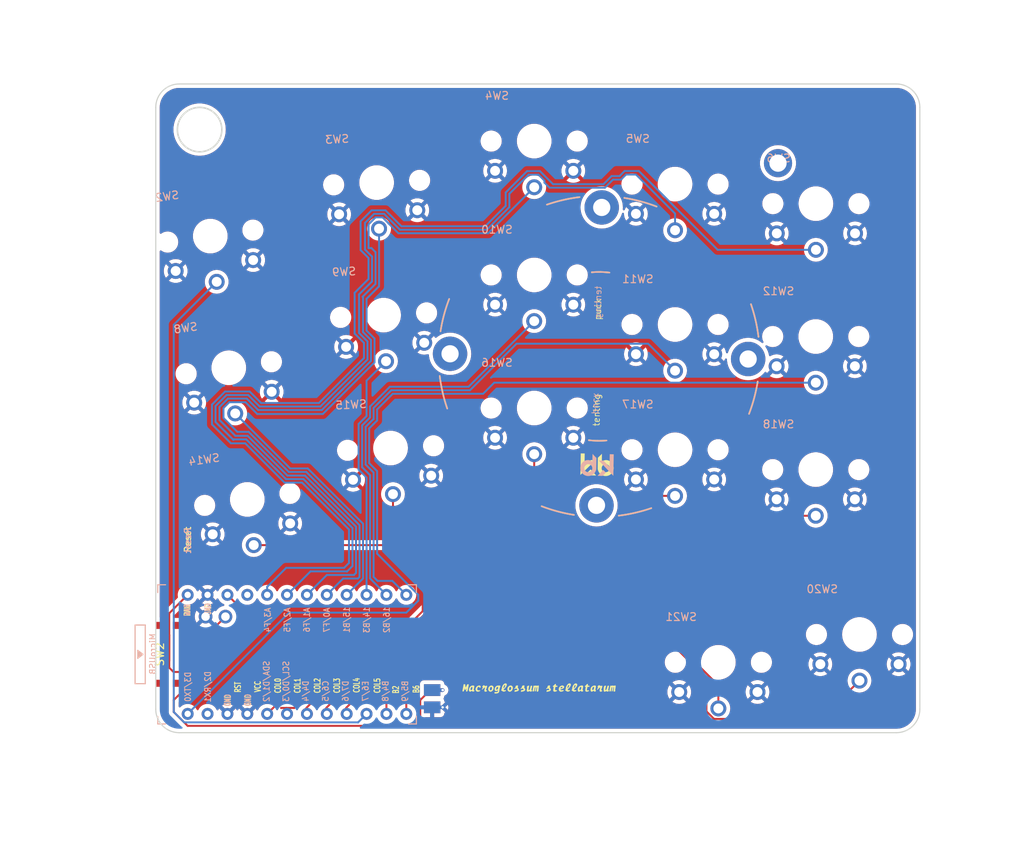
<source format=kicad_pcb>
(kicad_pcb (version 20211014) (generator pcbnew)
  (layers (0 "F.Cu" signal) (31 "B.Cu" signal) (34 "B.Paste" user) (35 "F.Paste" user) (36 "B.SilkS" user "B.Silkscreen") (37 "F.SilkS" user "F.Silkscreen") (38 "B.Mask" user) (39 "F.Mask" user) (44 "Edge.Cuts" user))
  (net 0 "")
  (net 1 "gnd")
  (net 2 "vcc")
  (net 3 "Switch18")
  (net 4 "reset")
  (net 5 "Switch1")
  (net 6 "Switch2")
  (net 7 "Switch3")
  (net 8 "Switch4")
  (net 9 "Switch5")
  (net 10 "Switch6")
  (net 11 "Switch7")
  (net 12 "Switch8")
  (net 13 "Switch9")
  (net 14 "Switch10")
  (net 15 "Switch11")
  (net 16 "Switch12")
  (net 17 "Switch13")
  (net 18 "Switch14")
  (net 19 "Switch15")
  (net 20 "Switch16")
  (net 21 "Switch17")
  (net 22 "raw")
  (net 23 "BT+_r")
  (footprint "Kailh:SW_PG1350_rev_DPB2.1" (layer "F.Cu") (at 147.922115 33.132886 8)
    (fp_text reference "SW2" hide)
    (fp_text value "SW_Push" hide)
  )
  (footprint "Kailh:SW_PG1350_rev_DPB2.1" (layer "F.Cu") (at 169.182996 26.288585 3)
    (fp_text reference "SW3" hide)
    (fp_text value "SW_Push" hide)
  )
  (footprint "Kailh:SW_PG1350_rev_DPB2.1" (layer "F.Cu") (at 189.318 20.984)
    (fp_text reference "SW4" hide)
    (fp_text value "SW_Push" hide)
  )
  (footprint "Kailh:SW_PG1350_rev_DPB2.1" (layer "F.Cu") (at 207.318 26.484)
    (fp_text reference "SW5" hide)
    (fp_text value "SW_Push" hide)
  )
  (footprint "Kailh:SW_PG1350_rev_DPB2.1" (layer "F.Cu") (at 225.318 28.984)
    (fp_text reference "SW6" hide)
    (fp_text value "SW_Push" hide)
  )
  (footprint "Kailh:SW_PG1350_rev_DPB2.1" (layer "F.Cu") (at 150.288058 49.967443 8)
    (fp_text reference "SW8" hide)
    (fp_text value "SW_Push" hide)
  )
  (footprint "Kailh:SW_PG1350_rev_DPB2.1" (layer "F.Cu") (at 170.071347 43.239322 3)
    (fp_text reference "SW9" hide)
    (fp_text value "SW_Push" hide)
  )
  (footprint "Kailh:SW_PG1350_rev_DPB2.1" (layer "F.Cu") (at 189.318 38.1)
    (fp_text reference "SW10" hide)
    (fp_text value "SW_Push" hide)
  )
  (footprint "Kailh:SW_PG1350_rev_DPB2.1" (layer "F.Cu") (at 207.318 44.434)
    (fp_text reference "SW11" hide)
    (fp_text value "SW_Push" hide)
  )
  (footprint "Kailh:SW_PG1350_rev_DPB2.1" (layer "F.Cu") (at 225.298 45.974)
    (fp_text reference "SW12" hide)
    (fp_text value "SW_Push" hide)
  )
  (footprint "Kailh:SW_PG1350_rev_DPB2.1" (layer "F.Cu") (at 152.654 66.802 8)
    (fp_text reference "SW14" hide)
    (fp_text value "SW_Push" hide)
  )
  (footprint "Kailh:SW_PG1350_rev_DPB2.1" (layer "F.Cu") (at 170.962 60.234 3)
    (fp_text reference "SW15" hide)
    (fp_text value "SW_Push" hide)
  )
  (footprint "Kailh:SW_PG1350_rev_DPB2.1" (layer "F.Cu") (at 189.318 55.118)
    (fp_text reference "SW16" hide)
    (fp_text value "SW_Push" hide)
  )
  (footprint "Kailh:SW_PG1350_rev_DPB2.1" (layer "F.Cu") (at 207.318 60.452)
    (fp_text reference "SW17" hide)
    (fp_text value "SW_Push" hide)
  )
  (footprint "Kailh:SW_PG1350_rev_DPB2.1" (layer "F.Cu") (at 225.298 62.992)
    (fp_text reference "SW18" hide)
    (fp_text value "SW_Push" hide)
  )
  (footprint "Kailh:SW_PG1350_rev_DPB2.1" (layer "F.Cu") (at 230.886 84.074)
    (fp_text reference "SW20" hide)
    (fp_text value "SW_Push" hide)
  )
  (footprint "Kailh:SW_PG1350_rev_DPB2.1" (layer "F.Cu") (at 212.852 87.63)
    (fp_text reference "SW21" hide)
    (fp_text value "SW_Push" hide)
  )
  (footprint "Kailh:SPDT_C128955r" (layer "F.Cu") (at 142.494 86.614 90)
    (fp_text reference "SW2")
    (fp_text value "SW_SPDT")
  )
  (footprint "trochilidae:Tenting_Puck2" (layer "F.Cu") (at 197.612 48.514 -1)
    (fp_text reference "REF**")
    (fp_text value "Tenting Puck")
  )
  (footprint "kbd:moth3" (layer "F.Cu") (at 189.738 84.074)
    (fp_text reference "G***" hide)
    (fp_text value "LOGO" hide)
  )
  (footprint "trochilidae:M2MountingHoleSlimSimple" (layer "F.Cu") (at 220.473999 23.80552 -8)
    (fp_text reference "" hide)
    (fp_text value "Val**" hide)
  )
  (footprint "kbd:ProMicro_v3_min-tb" (layer "B.Cu") (at 159.512 86.614 -90)
    (fp_text reference "U1" hide)
    (fp_text value "ProMicro-kbd" hide)
  )
  (footprint "trochilidae:HeaderJumperSimple" (layer "B.Cu") (at 148.59 81.788 180)
    (fp_text reference "J1" hide)
    (fp_text value "Val**" hide)
  )
  (footprint "trochilidae:Battery_pads_reversible" (layer "B.Cu") (at 176.276 92.286 90)
    (fp_text reference "J3" hide)
    (fp_text value "Battery_Cell")
  )
  (gr_line (start 143.956004 13.68052) (end 235.598999 13.68052) (layer "Edge.Cuts") (width 0.15))
  (gr_arc (start 140.956004 16.68052) (mid 141.834684 14.5592) (end 143.956004 13.68052) (layer "Edge.Cuts") (width 0.15))
  (gr_line (start 235.598999 96.63052) (end 143.956004 96.63052) (layer "Edge.Cuts") (width 0.15))
  (gr_arc (start 143.956004 96.63052) (mid 141.834684 95.75184) (end 140.956004 93.63052) (layer "Edge.Cuts") (width 0.15))
  (gr_line (start 140.956004 93.63052) (end 140.956004 16.68052) (layer "Edge.Cuts") (width 0.15))
  (gr_arc (start 238.598999 93.63052) (mid 237.720319 95.75184) (end 235.598999 96.63052) (layer "Edge.Cuts") (width 0.15))
  (gr_circle (center 146.558 19.512194) (end 149.397806 19.512194) (layer "Edge.Cuts") (width 0.2) (fill none))
  (gr_line (start 238.598999 16.68052) (end 238.598999 93.63052) (layer "Edge.Cuts") (width 0.15))
  (gr_arc (start 235.598999 13.68052) (mid 237.720319 14.5592) (end 238.598999 16.68052) (layer "Edge.Cuts") (width 0.15))
  (gr_text "Reset" (at 145.05048 72.04552 90) (layer "B.SilkS") (effects (font (size 0.8 0.8)) (justify mirror)))
  (gr_text "Reset" (at 145.042519 71.944912 90) (layer "F.SilkS") (effects (font (size 0.8 0.8))))
  (segment (start 150.114 79.0054) (end 151.638 80.5294) (width 0.25) (layer "F.Cu") (net 4))
  (segment (start 143.256 92.456) (end 143.256 93.98396) (width 0.25) (layer "F.Cu") (net 4))
  (segment (start 174.752 92.460978) (end 176.026978 91.186) (width 0.25) (layer "F.Cu") (net 4))
  (segment (start 145.03004 95.758) (end 173.482 95.758) (width 0.25) (layer "F.Cu") (net 4))
  (segment (start 151.638 80.5294) (end 151.638 84.074) (width 0.25) (layer "F.Cu") (net 4))
  (segment (start 173.482 95.758) (end 174.752 94.488) (width 0.25) (layer "F.Cu") (net 4))
  (segment (start 143.256 93.98396) (end 145.03004 95.758) (width 0.25) (layer "F.Cu") (net 4))
  (segment (start 176.026978 91.186) (end 176.276 91.186) (width 0.25) (layer "F.Cu") (net 4))
  (segment (start 151.638 84.074) (end 143.256 92.456) (width 0.25) (layer "F.Cu") (net 4))
  (segment (start 174.752 94.488) (end 174.752 92.460978) (width 0.25) (layer "F.Cu") (net 4))
  (segment (start 143.256 44.462704) (end 143.256 93.98396) (width 0.25) (layer "B.Cu") (net 5))
  (segment (start 143.256 93.98396) (end 144.583951 95.311911) (width 0.25) (layer "B.Cu") (net 5))
  (segment (start 144.583951 95.311911) (end 166.816089 95.311911) (width 0.25) (layer "B.Cu") (net 5))
  (segment (start 148.743236 38.975468) (end 143.256 44.462704) (width 0.25) (layer "B.Cu") (net 5))
  (segment (start 166.816089 95.311911) (end 166.816089 95.303311) (width 0.25) (layer "B.Cu") (net 5))
  (segment (start 166.816089 95.303311) (end 167.894 94.2254) (width 0.25) (layer "B.Cu") (net 5))
  (segment (start 151.384 58.166) (end 152.829436 58.166) (width 0.25) (layer "B.Cu") (net 6))
  (segment (start 168.91 46.228) (end 168.91 49.276) (width 0.25) (layer "B.Cu") (net 6))
  (segment (start 168.91 49.276) (end 162.306 55.88) (width 0.25) (layer "B.Cu") (net 6))
  (segment (start 164.90448 76.91492) (end 162.814 79.0054) (width 0.25) (layer "B.Cu") (net 6))
  (segment (start 153.924 55.88) (end 152.419107 54.375107) (width 0.25) (layer "B.Cu") (net 6))
  (segment (start 152.829436 58.166) (end 157.95338 63.289943) (width 0.25) (layer "B.Cu") (net 6))
  (segment (start 167.894 41.148) (end 167.894 45.212) (width 0.25) (layer "B.Cu") (net 6))
  (segment (start 152.419107 54.375107) (end 150.387107 54.375107) (width 0.25) (layer "B.Cu") (net 6))
  (segment (start 162.306 55.88) (end 153.924 55.88) (width 0.25) (layer "B.Cu") (net 6))
  (segment (start 169.491778 32.180499) (end 169.491778 39.550222) (width 0.25) (layer "B.Cu") (net 6))
  (segment (start 157.95338 63.289943) (end 160.190225 63.289943) (width 0.25) (layer "B.Cu") (net 6))
  (segment (start 167.894 45.212) (end 168.91 46.228) (width 0.25) (layer "B.Cu") (net 6))
  (segment (start 160.190225 63.289943) (end 166.99496 70.094678) (width 0.25) (layer "B.Cu") (net 6))
  (segment (start 166.78804 76.91492) (end 164.90448 76.91492) (width 0.25) (layer "B.Cu") (net 6))
  (segment (start 169.491778 39.550222) (end 167.894 41.148) (width 0.25) (layer "B.Cu") (net 6))
  (segment (start 166.99496 76.708) (end 166.78804 76.91492) (width 0.25) (layer "B.Cu") (net 6))
  (segment (start 149.606 55.118) (end 149.606 56.388) (width 0.25) (layer "B.Cu") (net 6))
  (segment (start 166.99496 70.094678) (end 166.99496 76.708) (width 0.25) (layer "B.Cu") (net 6))
  (segment (start 150.368 54.356) (end 149.606 55.118) (width 0.25) (layer "B.Cu") (net 6))
  (segment (start 150.387107 54.375107) (end 150.368 54.356) (width 0.25) (layer "B.Cu") (net 6))
  (segment (start 149.606 56.388) (end 151.384 58.166) (width 0.25) (layer "B.Cu") (net 6))
  (segment (start 149.098 54.990282) (end 149.098 56.642) (width 0.25) (layer "B.Cu") (net 7))
  (segment (start 169.042507 30.734) (end 168.148 31.628507) (width 0.25) (layer "B.Cu") (net 7))
  (segment (start 169.042258 35.184258) (end 169.042258 39.237742) (width 0.25) (layer "B.Cu") (net 7))
  (segment (start 160.018564 63.754) (end 166.54544 70.280876) (width 0.25) (layer "B.Cu") (net 7))
  (segment (start 152.701718 58.674) (end 157.781718 63.754) (width 0.25) (layer "B.Cu") (net 7))
  (segment (start 169.042258 39.237742) (end 167.386 40.894) (width 0.25) (layer "B.Cu") (net 7))
  (segment (start 167.44448 40.95248) (end 167.44448 45.398198) (width 0.25) (layer "B.Cu") (net 7))
  (segment (start 167.386 40.894) (end 167.44448 40.95248) (width 0.25) (layer "B.Cu") (net 7))
  (segment (start 168.46048 49.089802) (end 164.909141 52.641141) (width 0.25) (layer "B.Cu") (net 7))
  (segment (start 169.941049 30.734) (end 169.042507 30.734) (width 0.25) (layer "B.Cu") (net 7))
  (segment (start 166.54544 70.280876) (end 166.54544 76.2) (width 0.25) (layer "B.Cu") (net 7))
  (segment (start 162.178282 55.372) (end 154.051718 55.372) (width 0.25) (layer "B.Cu") (net 7))
  (segment (start 164.909141 52.641141) (end 162.178282 55.372) (width 0.25) (layer "B.Cu") (net 7))
  (segment (start 168.148 31.628507) (end 168.148 34.665742) (width 0.25) (layer "B.Cu") (net 7))
  (segment (start 149.098 56.642) (end 151.13 58.674) (width 0.25) (layer "B.Cu") (net 7))
  (segment (start 152.586198 53.90648) (end 150.181802 53.90648) (width 0.25) (layer "B.Cu") (net 7))
  (segment (start 168.46048 46.414198) (end 168.46048 49.089802) (width 0.25) (layer "B.Cu") (net 7))
  (segment (start 183.436 32.766) (end 171.958 32.766) (width 0.25) (layer "B.Cu") (net 7))
  (segment (start 170.703049 31.511049) (end 170.703049 31.496) (width 0.25) (layer "B.Cu") (net 7))
  (segment (start 166.54544 76.2) (end 166.28004 76.4654) (width 0.25) (layer "B.Cu") (net 7))
  (segment (start 167.44448 45.398198) (end 168.46048 46.414198) (width 0.25) (layer "B.Cu") (net 7))
  (segment (start 168.148 34.665742) (end 168.523742 34.665742) (width 0.25) (layer "B.Cu") (net 7))
  (segment (start 171.958 32.766) (end 170.703049 31.511049) (width 0.25) (layer "B.Cu") (net 7))
  (segment (start 164.909141 52.641141) (end 163.624695 53.925587) (width 0.25) (layer "B.Cu") (net 7))
  (segment (start 168.523742 34.665742) (end 169.042258 35.184258) (width 0.25) (layer "B.Cu") (net 7))
  (segment (start 166.28004 76.4654) (end 162.814 76.4654) (width 0.25) (layer "B.Cu") (net 7))
  (segment (start 170.703049 31.496) (end 169.941049 30.734) (width 0.25) (layer "B.Cu") (net 7))
  (segment (start 157.781718 63.754) (end 160.018564 63.754) (width 0.25) (layer "B.Cu") (net 7))
  (segment (start 162.814 76.4654) (end 160.274 79.0054) (width 0.25) (layer "B.Cu") (net 7))
  (segment (start 189.318 26.884) (end 183.436 32.766) (width 0.25) (layer "B.Cu") (net 7))
  (segment (start 154.051718 55.372) (end 152.586198 53.90648) (width 0.25) (layer "B.Cu") (net 7))
  (segment (start 151.13 58.674) (end 152.701718 58.674) (width 0.25) (layer "B.Cu") (net 7))
  (segment (start 150.181802 53.90648) (end 149.098 54.990282) (width 0.25) (layer "B.Cu") (net 7))
  (segment (start 166.09592 70.467074) (end 166.09592 75.319604) (width 0.25) (layer "B.Cu") (net 8))
  (segment (start 190.627 26.035) (end 189.865 25.273) (width 0.25) (layer "B.Cu") (net 8))
  (segment (start 168.592738 35.746197) (end 168.592738 38.925262) (width 0.25) (layer "B.Cu") (net 8))
  (segment (start 150.93448 59.12352) (end 152.51552 59.12352) (width 0.25) (layer "B.Cu") (net 8))
  (segment (start 152.772395 53.45696) (end 149.995604 53.45696) (width 0.25) (layer "B.Cu") (net 8))
  (segment (start 156.297 62.905) (end 156.464 63.072) (width 0.25) (layer "B.Cu") (net 8))
  (segment (start 166.09592 75.319604) (end 165.399644 76.01588) (width 0.25) (layer "B.Cu") (net 8))
  (segment (start 167.69848 34.851939) (end 168.592738 35.746197) (width 0.25) (layer "B.Cu") (net 8))
  (segment (start 190.627 26.289) (end 190.627 26.035) (width 0.25) (layer "B.Cu") (net 8))
  (segment (start 207.318 30.250992) (end 202.325587 25.258579) (width 0.25) (layer "B.Cu") (net 8))
  (segment (start 168.01096 46.600396) (end 168.01096 48.903604) (width 0.25) (layer "B.Cu") (net 8))
  (segment (start 202.325587 25.258579) (end 201.055421 25.258579) (width 0.25) (layer "B.Cu") (net 8))
  (segment (start 149.995604 53.45696) (end 149.732283 53.720283) (width 0.25) (layer "B.Cu") (net 8))
  (segment (start 201.055421 25.258579) (end 200.406 25.908) (width 0.25) (layer "B.Cu") (net 8))
  (segment (start 168.01096 48.903604) (end 161.992084 54.92248) (width 0.25) (layer "B.Cu") (net 8))
  (segment (start 150.876 59.182) (end 150.93448 59.12352) (width 0.25) (layer "B.Cu") (net 8))
  (segment (start 172.159247 32.31648) (end 170.127247 30.28448) (width 0.25) (layer "B.Cu") (net 8))
  (segment (start 160.73492 76.00448) (end 157.734 79.0054) (width 0.25) (layer "B.Cu") (net 8))
  (segment (start 166.93648 45.525916) (end 168.01096 46.600396) (width 0.25) (layer "B.Cu") (net 8))
  (segment (start 168.592738 38.925262) (end 166.93648 40.58152) (width 0.25) (layer "B.Cu") (net 8))
  (segment (start 161.992084 54.92248) (end 154.237916 54.92248) (width 0.25) (layer "B.Cu") (net 8))
  (segment (start 157.595521 64.20352) (end 159.832366 64.20352) (width 0.25) (layer "B.Cu") (net 8))
  (segment (start 186.142141 29.424141) (end 183.249802 32.31648) (width 0.25) (layer "B.Cu") (net 8))
  (segment (start 168.85152 30.28448) (end 167.69848 31.43752) (width 0.25) (layer "B.Cu") (net 8))
  (segment (start 189.865 25.273) (end 188.595 25.273) (width 0.25) (layer "B.Cu") (net 8))
  (segment (start 156.297 62.905) (end 157.595521 64.20352) (width 0.25) (layer "B.Cu") (net 8))
  (segment (start 148.59 56.896) (end 150.876 59.182) (width 0.25) (layer "B.Cu") (net 8))
  (segment (start 188.595 25.273) (end 186.142141 27.725859) (width 0.25) (layer "B.Cu") (net 8))
  (segment (start 170.127247 30.28448) (end 168.85152 30.28448) (width 0.25) (layer "B.Cu") (net 8))
  (segment (start 191.28039 26.94239) (end 190.627 26.289) (width 0.25) (layer "B.Cu") (net 8))
  (segment (start 207.318 32.384) (end 207.318 30.250992) (width 0.25) (layer "B.Cu") (net 8))
  (segment (start 199.39 25.908) (end 198.35561 26.94239) (width 0.25) (layer "B.Cu") (net 8))
  (segment (start 167.69848 31.43752) (end 167.69848 34.851939) (width 0.25) (layer "B.Cu") (net 8))
  (segment (start 149.732283 53.720283) (end 148.59 54.862566) (width 0.25) (layer "B.Cu") (net 8))
  (segment (start 200.406 25.908) (end 199.39 25.908) (width 0.25) (layer "B.Cu") (net 8))
  (segment (start 154.237916 54.92248) (end 152.772395 53.45696) (width 0.25) (layer "B.Cu") (net 8))
  (segment (start 198.35561 26.94239) (end 191.28039 26.94239) (width 0.25) (layer "B.Cu") (net 8))
  (segment (start 165.399644 76.01588) (end 165.388244 76.00448) (width 0.25) (layer "B.Cu") (net 8))
  (segment (start 152.51552 59.12352) (end 156.297 62.905) (width 0.25) (layer "B.Cu") (net 8))
  (segment (start 165.388244 76.00448) (end 160.73492 76.00448) (width 0.25) (layer "B.Cu") (net 8))
  (segment (start 159.832366 64.20352) (end 166.09592 70.467074) (width 0.25) (layer "B.Cu") (net 8))
  (segment (start 166.93648 40.58152) (end 166.93648 45.525916) (width 0.25) (layer "B.Cu") (net 8))
  (segment (start 148.59 54.862566) (end 148.59 56.896) (width 0.25) (layer "B.Cu") (net 8))
  (segment (start 186.142141 27.725859) (end 186.142141 29.424141) (width 0.25) (layer "B.Cu") (net 8))
  (segment (start 183.249802 32.31648) (end 172.159247 32.31648) (width 0.25) (layer "B.Cu") (net 8))
  (segment (start 148.14048 57.20848) (end 150.56352 59.63152) (width 0.25) (layer "B.Cu") (net 9))
  (segment (start 152.958593 53.00744) (end 149.809408 53.00744) (width 0.25) (layer "B.Cu") (net 9))
  (segment (start 168.143218 38.612782) (end 168.143218 35.932395) (width 0.25) (layer "B.Cu") (net 9))
  (segment (start 152.387802 59.63152) (end 157.409324 64.65304) (width 0.25) (layer "B.Cu") (net 9))
  (segment (start 157.61704 75.55496) (end 155.194 77.978) (width 0.25) (layer "B.Cu") (net 9))
  (segment (start 183.063604 31.86696) (end 185.674 29.256564) (width 0.25) (layer "B.Cu") (net 9))
  (segment (start 198.169412 26.49287) (end 199.203802 25.45848) (width 0.25) (layer "B.Cu") (net 9))
  (segment (start 185.674 29.256564) (end 185.674 27.558282) (width 0.25) (layer "B.Cu") (net 9))
  (segment (start 200.869223 24.809059) (end 202.688736 24.809059) (width 0.25) (layer "B.Cu") (net 9))
  (segment (start 166.37 42.672) (end 166.37 45.595154) (width 0.25) (layer "B.Cu") (net 9))
  (segment (start 166.37 40.386) (end 168.143218 38.612782) (width 0.25) (layer "B.Cu") (net 9))
  (segment (start 161.805886 54.47296) (end 154.424114 54.47296) (width 0.25) (layer "B.Cu") (net 9))
  (segment (start 200.219802 25.45848) (end 200.869223 24.809059) (width 0.25) (layer "B.Cu") (net 9))
  (segment (start 191.720588 26.49287) (end 198.169412 26.49287) (width 0.25) (layer "B.Cu") (net 9))
  (segment (start 168.53904 29.83496) (end 170.313444 29.83496) (width 0.25) (layer "B.Cu") (net 9))
  (segment (start 155.194 77.978) (end 155.194 79.0054) (width 0.25) (layer "B.Cu") (net 9))
  (segment (start 166.37 45.595154) (end 167.56144 46.786594) (width 0.25) (layer "B.Cu") (net 9))
  (segment (start 166.37 42.672) (end 166.37 43.585277) (width 0.25) (layer "B.Cu") (net 9))
  (segment (start 149.809408 53.00744) (end 148.14048 54.676369) (width 0.25) (layer "B.Cu") (net 9))
  (segment (start 168.143218 35.932395) (end 167.132 34.921177) (width 0.25) (layer "B.Cu") (net 9))
  (segment (start 170.313444 29.83496) (end 172.345445 31.86696) (width 0.25) (layer "B.Cu") (net 9))
  (segment (start 166.37 42.672) (end 166.37 40.386) (width 0.25) (layer "B.Cu") (net 9))
  (segment (start 165.6464 74.93) (end 165.02144 75.55496) (width 0.25) (layer "B.Cu") (net 9))
  (segment (start 154.424114 54.47296) (end 152.958593 53.00744) (width 0.25) (layer "B.Cu") (net 9))
  (segment (start 199.203802 25.45848) (end 200.219802 25.45848) (width 0.25) (layer "B.Cu") (net 9))
  (segment (start 148.14048 54.676369) (end 148.14048 57.20848) (width 0.25) (layer "B.Cu") (net 9))
  (segment (start 167.56144 48.717406) (end 161.805886 54.47296) (width 0.25) (layer "B.Cu") (net 9))
  (segment (start 159.646168 64.65304) (end 165.6464 70.653272) (width 0.25) (layer "B.Cu") (net 9))
  (segment (start 167.132 34.921177) (end 167.132 31.242) (width 0.25) (layer "B.Cu") (net 9))
  (segment (start 202.688736 24.809059) (end 212.763677 34.884) (width 0.25) (layer "B.Cu") (net 9))
  (segment (start 172.345445 31.86696) (end 183.063604 31.86696) (width 0.25) (layer "B.Cu") (net 9))
  (segment (start 157.409324 64.65304) (end 159.646168 64.65304) (width 0.25) (layer "B.Cu") (net 9))
  (segment (start 165.6464 70.653272) (end 165.6464 74.93) (width 0.25) (layer "B.Cu") (net 9))
  (segment (start 190.051198 24.82348) (end 191.720588 26.49287) (width 0.25) (layer "B.Cu") (net 9))
  (segment (start 185.674 27.558282) (end 188.408802 24.82348) (width 0.25) (layer "B.Cu") (net 9))
  (segment (start 150.56352 59.63152) (end 152.387802 59.63152) (width 0.25) (layer "B.Cu") (net 9))
  (segment (start 165.02144 75.55496) (end 157.61704 75.55496) (width 0.25) (layer "B.Cu") (net 9))
  (segment (start 212.763677 34.884) (end 225.318 34.884) (width 0.25) (layer "B.Cu") (net 9))
  (segment (start 188.408802 24.82348) (end 190.051198 24.82348) (width 0.25) (layer "B.Cu") (net 9))
  (segment (start 167.132 31.242) (end 168.53904 29.83496) (width 0.25) (layer "B.Cu") (net 9))
  (segment (start 167.56144 46.786594) (end 167.56144 48.717406) (width 0.25) (layer "B.Cu") (net 9))
  (segment (start 167.44448 76.91492) (end 165.354 79.0054) (width 0.25) (layer "B.Cu") (net 10))
  (segment (start 160.376423 62.840423) (end 167.44448 69.90848) (width 0.25) (layer "B.Cu") (net 10))
  (segment (start 151.109179 55.810025) (end 158.139577 62.840423) (width 0.25) (layer "B.Cu") (net 10))
  (segment (start 158.139577 62.840423) (end 160.376423 62.840423) (width 0.25) (layer "B.Cu") (net 10))
  (segment (start 167.44448 69.90848) (end 167.44448 76.91492) (width 0.25) (layer "B.Cu") (net 10))
  (segment (start 166.878 57.15) (end 166.878 62.992) (width 0.25) (layer "B.Cu") (net 11))
  (segment (start 167.894 56.134) (end 166.878 57.15) (width 0.25) (layer "B.Cu") (net 11))
  (segment (start 167.894 64.008) (end 167.894 79.0054) (width 0.25) (layer "B.Cu") (net 11))
  (segment (start 166.878 62.992) (end 167.894 64.008) (width 0.25) (layer "B.Cu") (net 11))
  (segment (start 170.380129 49.131236) (end 167.894 51.617365) (width 0.25) (layer "B.Cu") (net 11))
  (segment (start 167.894 51.617365) (end 167.894 56.134) (width 0.25) (layer "B.Cu") (net 11))
  (segment (start 168.34352 54.92248) (end 168.34352 56.320198) (width 0.25) (layer "B.Cu") (net 12))
  (segment (start 167.32752 57.336198) (end 167.32752 62.67952) (width 0.25) (layer "B.Cu") (net 12))
  (segment (start 168.34352 63.69552) (end 168.34352 76.91492) (width 0.25) (layer "B.Cu") (net 12))
  (segment (start 168.34352 56.320198) (end 167.32752 57.336198) (width 0.25) (layer "B.Cu") (net 12))
  (segment (start 168.34352 76.91492) (end 170.434 79.0054) (width 0.25) (layer "B.Cu") (net 12))
  (segment (start 189.318 44) (end 180.921 52.397) (width 0.25) (layer "B.Cu") (net 12))
  (segment (start 170.869 52.397) (end 168.34352 54.92248) (width 0.25) (layer "B.Cu") (net 12))
  (segment (start 167.32752 62.67952) (end 168.34352 63.69552) (width 0.25) (layer "B.Cu") (net 12))
  (segment (start 180.921 52.397) (end 170.869 52.397) (width 0.25) (layer "B.Cu") (net 12))
  (segment (start 168.79304 63.36296) (end 168.79304 76.708) (width 0.25) (layer "B.Cu") (net 13))
  (segment (start 168.774396 56.52504) (end 167.77704 57.522396) (width 0.25) (layer "B.Cu") (net 13))
  (segment (start 171.055198 52.84652) (end 168.79304 55.108678) (width 0.25) (layer "B.Cu") (net 13))
  (segment (start 167.77704 62.34696) (end 168.79304 63.36296) (width 0.25) (layer "B.Cu") (net 13))
  (segment (start 207.318 50.334) (end 203.877489 46.893489) (width 0.25) (layer "B.Cu") (net 13))
  (segment (start 168.79304 76.708) (end 169.30674 77.2217) (width 0.25) (layer "B.Cu") (net 13))
  (segment (start 167.77704 57.522396) (end 167.77704 62.34696) (width 0.25) (layer "B.Cu") (net 13))
  (segment (start 169.30674 77.2217) (end 171.1903 77.2217) (width 0.25) (layer "B.Cu") (net 13))
  (segment (start 168.79304 56.52504) (end 168.774396 56.52504) (width 0.25) (layer "B.Cu") (net 13))
  (segment (start 171.1903 77.2217) (end 172.974 79.0054) (width 0.25) (layer "B.Cu") (net 13))
  (segment (start 203.877489 46.893489) (end 187.060229 46.893489) (width 0.25) (layer "B.Cu") (net 13))
  (segment (start 168.79304 55.108678) (end 168.79304 56.52504) (width 0.25) (layer "B.Cu") (net 13))
  (segment (start 181.107198 52.84652) (end 171.055198 52.84652) (width 0.25) (layer "B.Cu") (net 13))
  (segment (start 187.060229 46.893489) (end 181.107198 52.84652) (width 0.25) (layer "B.Cu") (net 13))
  (segment (start 171.241396 53.29604) (end 169.24256 55.294876) (width 0.25) (layer "B.Cu") (net 14))
  (segment (start 174.498 78.99284) (end 174.498 79.756) (width 0.25) (layer "B.Cu") (net 14))
  (segment (start 182.78596 53.29604) (end 171.241396 53.29604) (width 0.25) (layer "B.Cu") (net 14))
  (segment (start 169.24256 55.294876) (end 169.24256 56.46656) (width 0.25) (layer "B.Cu") (net 14))
  (segment (start 225.298 51.874) (end 184.208 51.874) (width 0.25) (layer "B.Cu") (net 14))
  (segment (start 169.24256 56.46656) (end 169.24256 56.711237) (width 0.25) (layer "B.Cu") (net 14))
  (segment (start 168.73922 57.214577) (end 168.22656 57.727237) (width 0.25) (layer "B.Cu") (net 14))
  (segment (start 168.73922 57.214577) (end 168.720577 57.214577) (width 0.25) (layer "B.Cu") (net 14))
  (segment (start 184.208 51.874) (end 182.78596 53.29604) (width 0.25) (layer "B.Cu") (net 14))
  (segment (start 168.22656 62.160762) (end 169.24256 63.176763) (width 0.25) (layer "B.Cu") (net 14))
  (segment (start 172.974 81.28) (end 157.9794 81.28) (width 0.25) (layer "B.Cu") (net 14))
  (segment (start 169.24256 63.176763) (end 169.24256 73.7374) (width 0.25) (layer "B.Cu") (net 14))
  (segment (start 169.24256 73.7374) (end 174.498 78.99284) (width 0.25) (layer "B.Cu") (net 14))
  (segment (start 157.9794 81.28) (end 145.034 94.2254) (width 0.25) (layer "B.Cu") (net 14))
  (segment (start 168.22656 57.727237) (end 168.22656 62.160762) (width 0.25) (layer "B.Cu") (net 14))
  (segment (start 169.24256 56.711237) (end 168.73922 57.214577) (width 0.25) (layer "B.Cu") (net 14))
  (segment (start 174.498 79.756) (end 172.974 81.28) (width 0.25) (layer "B.Cu") (net 14))
  (segment (start 153.475121 72.644582) (end 169.926582 72.644582) (width 0.25) (layer "F.Cu") (net 15))
  (segment (start 175.068424 77.786424) (end 175.068424 81.088424) (width 0.25) (layer "F.Cu") (net 15))
  (segment (start 175.068424 81.088424) (end 166.631888 89.52496) (width 0.25) (layer "F.Cu") (net 15))
  (segment (start 159.89444 89.52496) (end 155.194 94.2254) (width 0.25) (layer "F.Cu") (net 15))
  (segment (start 166.631888 89.52496) (end 159.89444 89.52496) (width 0.25) (layer "F.Cu") (net 15))
  (segment (start 169.926582 72.644582) (end 175.068424 77.786424) (width 0.25) (layer "F.Cu") (net 15))
  (segment (start 171.270782 73.353064) (end 175.517944 77.600227) (width 0.25) (layer "F.Cu") (net 16))
  (segment (start 159.33592 92.78792) (end 159.110489 93.013351) (width 0.25) (layer "F.Cu") (net 16))
  (segment (start 166.818086 89.97448) (end 162.14936 89.97448) (width 0.25) (layer "F.Cu") (net 16))
  (segment (start 175.517944 81.274622) (end 166.818086 89.97448) (width 0.25) (layer "F.Cu") (net 16))
  (segment (start 175.517944 77.600227) (end 175.517944 81.274622) (width 0.25) (layer "F.Cu") (net 16))
  (segment (start 156.972 93.472) (end 156.9806 93.4634) (width 0.25) (layer "F.Cu") (net 16))
  (segment (start 158.66044 93.4634) (end 159.33592 92.78792) (width 0.25) (layer "F.Cu") (net 16))
  (segment (start 171.270782 66.125914) (end 171.270782 73.353064) (width 0.25) (layer "F.Cu") (net 16))
  (segment (start 162.14936 89.97448) (end 159.33592 92.78792) (width 0.25) (layer "F.Cu") (net 16))
  (segment (start 157.657 93.4634) (end 158.66044 93.4634) (width 0.25) (layer "F.Cu") (net 16))
  (segment (start 156.9806 93.4634) (end 157.657 93.4634) (width 0.25) (layer "F.Cu") (net 16))
  (segment (start 160.197 93.4634) (end 163.2364 90.424) (width 0.25) (layer "F.Cu") (net 17))
  (segment (start 175.967464 81.46082) (end 175.967464 77.724) (width 0.25) (layer "F.Cu") (net 17))
  (segment (start 187.872 72.478) (end 189.318 71.032) (width 0.25) (layer "F.Cu") (net 17))
  (segment (start 181.213464 72.478) (end 187.872 72.478) (width 0.25) (layer "F.Cu") (net 17))
  (segment (start 189.318 71.032) (end 189.318 61.018) (width 0.25) (layer "F.Cu") (net 17))
  (segment (start 175.967464 77.724) (end 181.213464 72.478) (width 0.25) (layer "F.Cu") (net 17))
  (segment (start 167.004283 90.424) (end 175.967464 81.46082) (width 0.25) (layer "F.Cu") (net 17))
  (segment (start 163.2364 90.424) (end 167.004283 90.424) (width 0.25) (layer "F.Cu") (net 17))
  (segment (start 207.318 66.352) (end 205.174 66.352) (width 0.25) (layer "F.Cu") (net 18))
  (segment (start 176.416984 81.687698) (end 167.215482 90.8892) (width 0.25) (layer "F.Cu") (net 18))
  (segment (start 205.174 66.352) (end 198.59848 72.92752) (width 0.25) (layer "F.Cu") (net 18))
  (segment (start 165.3112 90.8892) (end 162.737 93.4634) (width 0.25) (layer "F.Cu") (net 18))
  (segment (start 176.416984 77.910198) (end 176.416984 81.687698) (width 0.25) (layer "F.Cu") (net 18))
  (segment (start 167.215482 90.8892) (end 165.3112 90.8892) (width 0.25) (layer "F.Cu") (net 18))
  (segment (start 198.59848 72.92752) (end 181.399662 72.92752) (width 0.25) (layer "F.Cu") (net 18))
  (segment (start 181.399662 72.92752) (end 176.416984 77.910198) (width 0.25) (layer "F.Cu") (net 18))
  (segment (start 198.784678 73.37704) (end 181.58586 73.37704) (width 0.25) (layer "F.Cu") (net 19))
  (segment (start 176.8682 78.0947) (end 176.8682 81.8722) (width 0.25) (layer "F.Cu") (net 19))
  (segment (start 176.8682 81.8722) (end 165.277 93.4634) (width 0.25) (layer "F.Cu") (net 19))
  (segment (start 203.269718 68.892) (end 198.784678 73.37704) (width 0.25) (layer "F.Cu") (net 19))
  (segment (start 225.298 68.892) (end 203.269718 68.892) (width 0.25) (layer "F.Cu") (net 19))
  (segment (start 181.58586 73.37704) (end 176.8682 78.0947) (width 0.25) (layer "F.Cu") (net 19))
  (segment (start 177.31772 82.058398) (end 177.31772 78.280898) (width 0.25) (layer "F.Cu") (net 20))
  (segment (start 177.31772 78.280898) (end 181.772058 73.82656) (width 0.25) (layer "F.Cu") (net 20))
  (segment (start 212.852 90.584323) (end 212.852 93.53) (width 0.25) (layer "F.Cu") (net 20))
  (segment (start 181.772058 73.82656) (end 198.79456 73.82656) (width 0.25) (layer "F.Cu") (net 20))
  (segment (start 170.434 94.2254) (end 170.434 88.942118) (width 0.25) (layer "F.Cu") (net 20))
  (segment (start 206.69752 81.72952) (end 206.69752 84.429843) (width 0.25) (layer "F.Cu") (net 20))
  (segment (start 198.79456 73.82656) (end 206.69752 81.72952) (width 0.25) (layer "F.Cu") (net 20))
  (segment (start 170.434 88.942118) (end 177.31772 82.058398) (width 0.25) (layer "F.Cu") (net 20))
  (segment (start 206.69752 84.429843) (end 212.852 90.584323) (width 0.25) (layer "F.Cu") (net 20))
  (segment (start 211.328 89.69604) (end 211.328 93.90177) (width 0.25) (layer "F.Cu") (net 21))
  (segment (start 177.8 78.434336) (end 181.958256 74.27608) (width 0.25) (layer "F.Cu") (net 21))
  (segment (start 206.248 84.61604) (end 211.328 89.69604) (width 0.25) (layer "F.Cu") (net 21))
  (segment (start 225.989489 94.870511) (end 230.886 89.974) (width 0.25) (layer "F.Cu") (net 21))
  (segment (start 198.608362 74.27608) (end 206.248 81.915718) (width 0.25) (layer "F.Cu") (net 21))
  (segment (start 212.296741 94.870511) (end 225.989489 94.870511) (width 0.25) (layer "F.Cu") (net 21))
  (segment (start 172.974 94.2254) (end 172.974 87.037836) (width 0.25) (layer "F.Cu") (net 21))
  (segment (start 172.974 87.037836) (end 177.8 82.211836) (width 0.25) (layer "F.Cu") (net 21))
  (segment (start 181.958256 74.27608) (end 198.608362 74.27608) (width 0.25) (layer "F.Cu") (net 21))
  (segment (start 177.8 82.211836) (end 177.8 78.434336) (width 0.25) (layer "F.Cu") (net 21))
  (segment (start 211.328 93.90177) (end 212.296741 94.870511) (width 0.25) (layer "F.Cu") (net 21))
  (segment (start 206.248 81.915718) (end 206.248 84.61604) (width 0.25) (layer "F.Cu") (net 21))
  (segment (start 143.22 88.864) (end 144.569 88.864) (width 0.25) (layer "F.Cu") (net 22))
  (segment (start 142.676511 88.320511) (end 143.22 88.864) (width 0.25) (layer "F.Cu") (net 22))
  (segment (start 145.034 79.0054) (end 142.676511 81.362889) (width 0.25) (layer "F.Cu") (net 22))
  (segment (start 142.676511 81.362889) (end 142.676511 84.145489) (width 0.25) (layer "F.Cu") (net 22))
  (segment (start 142.676511 84.145489) (end 142.676511 88.320511) (width 0.25) (layer "F.Cu") (net 22))
  (segment (start 142.676511 84.145489) (end 142.676511 87.447489) (width 0.25) (layer "F.Cu") (net 22))
  (segment (start 145.796 84.836) (end 144.569 86.063) (width 0.25) (layer "F.Cu") (net 23))
  (segment (start 149.86 81.788) (end 147.955 83.693) (width 0.25) (layer "F.Cu") (net 23))
  (segment (start 145.796 84.836) (end 145.077 85.555) (width 0.25) (layer "F.Cu") (net 23))
  (segment (start 146.939 83.693) (end 145.796 84.836) (width 0.25) (layer "F.Cu") (net 23))
  (segment (start 147.955 83.693) (end 146.939 83.693) (width 0.25) (layer "F.Cu") (net 23))
  (segment (start 144.569 86.063) (end 144.569 87.364) (width 0.25) (layer "F.Cu") (net 23))
  (zone (net 1) (net_name "gnd") (layer "F.Cu") (connect_pads (clearance 0.508)) (min_thickness 0.254) (fill yes (thermal_gap 0.508) (thermal_bridge_width 0.508))
    (polygon (pts (xy 250.209231 2.942121) (xy 250.209231 110.384121) (xy 229.889231 110.638121) (xy 125.604765 108.730233) (xy 126.366765 3.574233)))
  )
  (zone (net 1) (net_name "gnd") (layer "B.Cu") (connect_pads (clearance 0.508)) (min_thickness 0.254) (fill yes (thermal_gap 0.508) (thermal_bridge_width 0.508))
    (polygon (pts (xy 251.927675 3.175) (xy 251.927675 109.099119) (xy 231.607675 109.353119) (xy 121.049803 107.412084) (xy 121.811803 3.773965)))
  )
)
</source>
